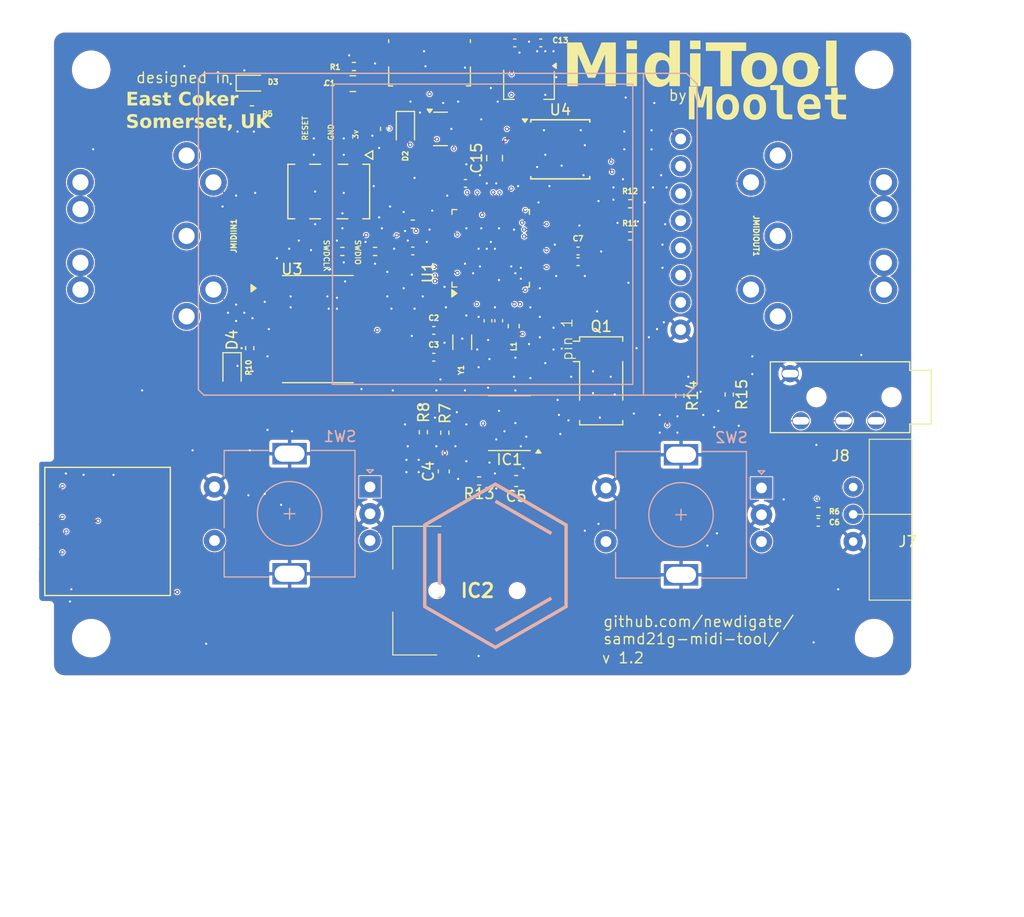
<source format=kicad_pcb>
(kicad_pcb (version 20240108) (generator "pcbnew") (generator_version "8.0")
  (layers (0 "F.Cu" signal) (1 "In1.Cu" signal) (2 "In2.Cu" signal) (31 "B.Cu" signal) (34 "B.Paste" user) (35 "F.Paste" user) (36 "B.SilkS" user "B.Silkscreen") (37 "F.SilkS" user "F.Silkscreen") (38 "B.Mask" user) (39 "F.Mask" user) (44 "Edge.Cuts" user))
  (net 0 "")
  (net 1 "GND")
  (net 4 "+5V")
  (net 5 "/PA00_XIN32")
  (net 6 "+3V3")
  (net 7 "/PA01_XOUT32")
  (net 8 "/PA03_VREFA")
  (net 9 "Net-(U1B-VDDCORE)")
  (net 10 "Net-(D1-GND)")
  (net 11 "Net-(U1B-VDDANA)")
  (net 12 "/USB_P")
  (net 13 "/USB_N")
  (net 14 "/PA18_USB_ID")
  (net 15 "Net-(D2-K)")
  (net 16 "Net-(D3-A)")
  (net 17 "Net-(D4-K)")
  (net 18 "Net-(D4-A)")
  (net 20 "/PA30_SWCLK")
  (net 21 "/PA31_SWDIO")
  (net 22 "Net-(J2-Pad5)")
  (net 23 "/PA13_S2_SCK")
  (net 24 "/PA12_S2_MOSI")
  (net 25 "/PA14_S2_NSS")
  (net 26 "/PA27_CD")
  (net 27 "/PA15_S2_MISO")
  (net 28 "/PA09_S0_I2C_SCL")
  (net 29 "/PA20_TCC0-W6")
  (net 30 "/PA17_S1_SCK")
  (net 31 "/PA08_S0_I2C_SDA")
  (net 32 "/PA16_S1_MOSI")
  (net 33 "/PA22_TC4-W0")
  (net 36 "Net-(JMIDIIN1-Pad5)")
  (net 40 "Net-(JMIDIOUT1-Pad4)")
  (net 42 "Net-(JMIDIOUT1-Pad5)")
  (net 43 "/RESETN")
  (net 44 "/PB08_LED")
  (net 45 "/PB23_S5_RX")
  (net 46 "/PB22_S5_TX")
  (net 47 "/PB10_TCC0-W4")
  (net 48 "/PB11_TCC0-W5")
  (net 50 "/PA10_TCC0-W2")
  (net 51 "/PA06_AIN6")
  (net 52 "/PA05_AIN5")
  (net 54 "/PA23_TC4-W1")
  (net 55 "/PA04_AIN4")
  (net 56 "/PA02_AIN0")
  (net 57 "/PA11_TCC0-W3")
  (net 58 "/PA07_AIN7")
  (net 59 "/PB02_AIN10")
  (net 60 "/PA21_TCC0-W7")
  (net 61 "/PB03_AIN11")
  (net 62 "/PA19_S1_MISO")
  (net 66 "Net-(IC1-VBAT)")
  (net 67 "Net-(IC1-VDD)")
  (net 68 "Net-(IC1-OSCO)")
  (net 69 "Net-(IC1-OSCI)")
  (footprint "Capacitor_SMD:C_0805_2012Metric" (layer "F.Cu") (at 41.115 11.745 90)
    (property "Reference" "C15")
    (property "Value" ".1uF")
  )
  (footprint "Crystal:Crystal_SMD_Abracon_ABS25-4Pin_8.0x3.8mm" (layer "F.Cu") (at 51.054 32.512)
    (property "Reference" "Q1")
    (property "Value" "32.768KHz")
  )
  (footprint "Capacitor_SMD:C_0402_1005Metric" (layer "F.Cu") (at 45.42 1 180)
    (property "Reference" "C13")
    (property "Value" "1uF")
  )
  (footprint "MountingHole:MountingHole_3.2mm_M3" (layer "F.Cu") (at 76.5 3.5)
    (property "Reference" "H2" (hide yes))
    (property "Value" "MountingHole")
  )
  (footprint "Resistor_SMD:R_0402_1005Metric" (layer "F.Cu") (at 18.288 29.464 -90)
    (property "Reference" "R10")
    (property "Value" "220")
  )
  (footprint "Resistor_SMD:R_0402_1005Metric" (layer "F.Cu") (at 53.76 19)
    (property "Reference" "R11")
    (property "Value" "220")
  )
  (footprint "MountingHole:MountingHole_3.2mm_M3" (layer "F.Cu") (at 76.5 56.5)
    (property "Reference" "H3" (hide yes))
    (property "Value" "MountingHole")
  )
  (footprint "Resistor_SMD:R_0402_1005Metric" (layer "F.Cu") (at 30.8601 9.02 90)
    (property "Reference" "R2" (hide yes))
    (property "Value" "39")
  )
  (footprint "Connector_USB:USB_Micro-B_Molex_47346-0001" (layer "F.Cu") (at 35.0511 3.305 180)
    (property "Reference" "J1" (hide yes))
    (property "Value" "USB_B_Micro")
  )
  (footprint "Capacitor_SMD:C_0603_1608Metric" (layer "F.Cu") (at 36.375 40.949 90)
    (property "Reference" "C4")
    (property "Value" "10uF")
  )
  (footprint "Resistor_SMD:R_0402_1005Metric" (layer "F.Cu") (at 71.3 44.7 180)
    (property "Reference" "R6")
    (property "Value" "100k")
  )
  (footprint "Package_QFP:TQFP-48_7x7mm_P0.5mm" (layer "F.Cu") (at 40.755 20.15 90)
    (property "Reference" "U1")
    (property "Value" "ATSAMD21G18A-48")
  )
  (footprint "Capacitor_SMD:C_0402_1005Metric" (layer "F.Cu") (at 48.9 20.4)
    (property "Reference" "C7")
    (property "Value" "100nF")
  )
  (footprint "Resistor_SMD:R_0402_1005Metric" (layer "F.Cu") (at 62.992 33.782 -90)
    (property "Reference" "R15")
    (property "Value" "10k")
  )
  (footprint "Capacitor_SMD:C_0402_1005Metric" (layer "F.Cu") (at 38.4 14.1)
    (property "Reference" "C9" (hide yes))
    (property "Value" "100nF")
  )
  (footprint "Resistor_SMD:R_0402_1005Metric" (layer "F.Cu") (at 39.675 41.849 180)
    (property "Reference" "R13")
    (property "Value" "1K")
  )
  (footprint "Capacitor_SMD:C_0402_1005Metric" (layer "F.Cu") (at 40.5 26.9099 -90)
    (property "Reference" "C11" (hide yes))
    (property "Value" "100nF")
  )
  (footprint "Capacitor_SMD:C_0402_1005Metric" (layer "F.Cu") (at 48.9 21.4 180)
    (property "Reference" "C10" (hide yes))
    (property "Value" "100nF")
  )
  (footprint "Package_SO:SOIC-8W_5.3x5.3mm_P1.27mm" (layer "F.Cu") (at 47.244 10.922)
    (property "Reference" "U4")
    (property "Value" "W25Q128JVS")
  )
  (footprint "PJ-320A_Library:PJ-320A" (layer "F.Cu") (at 81.827 36.236 180)
    (property "Reference" "J8")
    (property "Value" "PJ-320A")
  )
  (footprint "Diode_SMD:D_SOD-323" (layer "F.Cu") (at 32.8 9 -90)
    (property "Reference" "D2")
    (property "Value" "PMEG2005EL")
  )
  (footprint "Package_TO_SOT_SMD:SOT-89-3" (layer "F.Cu") (at 44.3221 4.9052 -90)
    (property "Reference" "U2" (hide yes))
    (property "Value" "AP7215-33YG-13" (hide yes))
  )
  (footprint "MKRZero_V5.0:MG03254F-RA" (layer "F.Cu") (at 74.549 44.958 -90)
    (property "Reference" "J7")
    (property "Value" "Conn_01x03_Pin")
  )
  (footprint "Package_SO:SOP-8_3.9x4.9mm_P1.27mm" (layer "F.Cu") (at 42.5 36.449 180)
    (property "Reference" "IC1")
    (property "Value" "PCF8523T")
  )
  (footprint "Capacitor_SMD:C_0402_1005Metric" (layer "F.Cu") (at 35.446 30.3085)
    (property "Reference" "C3")
    (property "Value" "20pF")
  )
  (footprint "Resistor_SMD:R_0402_1005Metric" (layer "F.Cu") (at 33.49 17.9 180)
    (property "Reference" "R9" (hide yes))
    (property "Value" "1k")
  )
  (footprint "Resistor_SMD:R_0402_1005Metric" (layer "F.Cu") (at 26.924 20.447 180)
    (property "Reference" "R3" (hide yes))
    (property "Value" "1K")
  )
  (footprint "Capacitor_SMD:C_0402_1005Metric" (layer "F.Cu") (at 35.446 27.8085)
    (property "Reference" "C2")
    (property "Value" "20pF")
  )
  (footprint "Resistor_SMD:R_0402_1005Metric" (layer "F.Cu") (at 36.475 37.349 -90)
    (property "Reference" "R7")
    (property "Value" "10k")
  )
  (footprint "Capacitor_SMD:C_0402_1005Metric" (layer "F.Cu") (at 33.49 20.4 180)
    (property "Reference" "C8" (hide yes))
    (property "Value" "1uF")
  )
  (footprint "Resistor_SMD:R_0402_1005Metric" (layer "F.Cu") (at 18.49 7.25 180)
    (property "Reference" "R5")
    (property "Value" "330")
  )
  (footprint "MountingHole:MountingHole_3.2mm_M3" (layer "F.Cu") (at 3.5 3.5)
    (property "Reference" "H1" (hide yes))
    (property "Value" "MountingHole")
  )
  (footprint "CR12202:CR12202" (layer "F.Cu") (at 39.624 52.07 180)
    (property "Reference" "IC2")
    (property "Value" "CR1220-2" (hide yes))
  )
  (footprint "Diode_SMD:D_SOD-323" (layer "F.Cu") (at 16.637 31.496 -90)
    (property "Reference" "D4")
    (property "Value" "1N4148")
  )
  (footprint "Resistor_SMD:R_0402_1005Metric" (layer "F.Cu") (at 53.75 16)
    (property "Reference" "R12")
    (property "Value" "220")
  )
  (footprint "MKRZero_V5.0:AMPHENOL_114-00841-68" (layer "F.Cu") (at 5.529 46.55 -90)
    (property "Reference" "J3" (hide yes))
    (property "Value" "AMPHENOL_114-00841-68" (hide yes))
  )
  (footprint "Resistor_SMD:R_0402_1005Metric" (layer "F.Cu") (at 58.392 33.892 -90)
    (property "Reference" "R14")
    (property "Value" "10k")
  )
  (footprint "Capacitor_SMD:C_0402_1005Metric" (layer "F.Cu") (at 43 1 180)
    (property "Reference" "C14" (hide yes))
    (property "Value" "1uF")
  )
  (footprint "Capacitor_SMD:C_0402_1005Metric" (layer "F.Cu") (at 71.3 45.7)
    (property "Reference" "C6")
    (property "Value" "100nF")
  )
  (footprint "Capacitor_SMD:C_0805_2012Metric" (layer "F.Cu") (at 27.9 4.8 180)
    (property "Reference" "C1")
    (property "Value" "4.7nF")
  )
  (footprint "MKRZero_V5.0:Deltron-671-0501-5" (layer "F.Cu") (at 67.52 19 -90)
    (property "Reference" "JMIDIOUT1")
    (property "Value" "DIN-5")
  )
  (footprint "Package_TO_SOT_SMD:SOT-143" (layer "F.Cu") (at 36.0671 9.02)
    (property "Reference" "D1" (hide yes))
    (property "Value" "PRTR5V0U2X,215" (hide yes))
  )
  (footprint "MKRZero_V5.0:Deltron-671-0501-5" (layer "F.Cu") (at 12.4 19 90)
    (property "Reference" "JMIDIIN1")
    (property "Value" "DIN-5")
  )
  (footprint "Resistor_SMD:R_0402_1005Metric" (layer "F.Cu") (at 34.475 37.299 -90)
    (property "Reference" "R8")
    (property "Value" "10k")
  )
  (footprint "Capacitor_SMD:C_0402_1005Metric" (layer "F.Cu") (at 41.5 26.9099 -90)
    (property "Reference" "C12" (hide yes))
    (property "Value" "4.7uF")
  )
  (footprint "Crystal:Crystal_SMD_3215-2Pin_3.2x1.5mm" (layer "F.Cu") (at 38.1 28.9099 -90)
    (property "Reference" "Y1")
    (property "Value" "32.768KHz")
  )
  (footprint "Resistor_SMD:R_0402_1005Metric" (layer "F.Cu") (at 29.972 20.447)
    (property "Reference" "R4" (hide yes))
    (property "Value" "10K")
  )
  (footprint "MountingHole:MountingHole_3.2mm_M3" (layer "F.Cu") (at 3.5 56.5)
    (property "Reference" "H4" (hide yes))
    (property "Value" "MountingHole")
  )
  (footprint "Inductor_SMD:L_0603_1608Metric" (layer "F.Cu") (at 42.9 27.4099 90)
    (property "Reference" "L1")
    (property "Value" "BLM18PG471SN1D")
  )
  (footprint "Capacitor_SMD:C_0603_1608Metric" (layer "F.Cu") (at 43.125 41.849 180)
    (property "Reference" "C5")
    (property "Value" "10uF")
  )
  (footprint "Resistor_SMD:R_0402_1005Metric" (layer "F.Cu") (at 28 3.2 180)
    (property "Reference" "R1")
    (property "Value" "1M")
  )
  (footprint "LED_SMD:LED_0603_1608Metric" (layer "F.Cu") (at 18.5025 4.75)
    (property "Reference" "D3")
    (property "Value" "LED")
  )
  (footprint "Package_SO:SOP-8_6.605x9.655mm_P2.54mm" (layer "F.Cu") (at 24.638 27.686)
    (property "Reference" "U3")
    (property "Value" "6N138")
  )
  (footprint "MKRZero_V5.0:2X3_SMT" (layer "F.Cu") (at 25.654 14.859 180)
    (property "Reference" "J2" (hide yes))
    (property "Value" "2X3_SMD_MALE")
  )
  (footprint "MKRZero_V5.0:ST7735" (layer "B.Cu") (at 60 33.84 90)
    (property "Reference" "J6" (hide yes))
    (property "Value" "Conn_01x08_Pin" (hide yes))
  )
  (footprint "Rotary_Encoder:RotaryEncoder_Alps_EC11E-Switch_Vertical_H20mm" (layer "B.Cu") (at 29.5 42.4 180)
    (property "Reference" "SW1")
    (property "Value" "RotaryEncoder_Switch_MP")
  )
  (footprint "Rotary_Encoder:RotaryEncoder_Alps_EC11E-Switch_Vertical_H20mm" (layer "B.Cu") (at 66 42.5 180)
    (property "Reference" "SW2")
    (property "Value" "RotaryEncoder_Switch_MP")
  )
  (gr_poly (pts (xy 35.809701 52.772468) (xy 36.132162 52.772468) (xy 36.132162 46.74493) (xy 35.809701 46.74493)) (stroke (width -0.000001)) (fill solid) (layer "B.SilkS"))
  (gr_poly (pts (xy 34.445443 45.860229) (xy 34.445443 53.648901) (xy 41.192317 57.543236) (xy 47.939192 53.648901) (xy 47.939192 46.04213) (xy 47.625 46.04213) (xy 47.625 53.467) (xy 41.192317 57.179435) (xy 34.759636 53.467) (xy 34.759636 46.04213) (xy 41.192317 42.329696) (xy 47.625 46.04213) (xy 47.939192 46.04213) (xy 47.939192 45.860229) (xy 41.192317 41.965894)) (stroke (width -0.000001)) (fill solid) (layer "B.SilkS"))
  (gr_poly (pts (xy 41.109635 43.867586) (xy 46.335156 46.88549) (xy 46.492252 46.60437) (xy 41.275 43.594735)) (stroke (width -0.000001)) (fill solid) (layer "B.SilkS"))
  (gr_poly (pts (xy 41.109635 55.641544) (xy 41.275 55.922664) (xy 46.492252 52.90476) (xy 46.326888 52.631908)) (stroke (width -0.000001)) (fill solid) (layer "B.SilkS"))
  (gr_arc (start 0 39.624) (mid -0.111592 39.893408) (end -0.381 40.005) (stroke (width 0.01)) (layer "Edge.Cuts"))
  (gr_line (start 0 53.467) (end 0 59) (stroke (width 0.01)) (layer "Edge.Cuts"))
  (gr_arc (start 80 59) (mid 79.707107 59.707107) (end 79 60) (stroke (width 0.01)) (layer "Edge.Cuts"))
  (gr_line (start -1.016 53.086) (end -0.381 53.086) (stroke (width 0.01)) (layer "Edge.Cuts"))
  (gr_line (start -1.397 40.259) (end -1.397 52.705) (stroke (width 0.01)) (layer "Edge.Cuts"))
  (gr_arc (start -1.397 40.259) (mid -1.322605 40.079395) (end -1.143 40.005) (stroke (width 0.01)) (layer "Edge.Cuts"))
  (gr_line (start 79 60) (end 1 60) (stroke (width 0.01)) (layer "Edge.Cuts"))
  (gr_arc (start -1.016 53.086) (mid -1.285408 52.974408) (end -1.397 52.705) (stroke (width 0.01)) (layer "Edge.Cuts"))
  (gr_arc (start 0 1) (mid 0.292893 0.292893) (end 1 0) (stroke (width 0.01)) (layer "Edge.Cuts"))
  (gr_arc (start 1 60) (mid 0.292893 59.707107) (end 0 59) (stroke (width 0.01)) (layer "Edge.Cuts"))
  (gr_arc (start -0.381 53.086) (mid -0.111592 53.197592) (end 0 53.467) (stroke (width 0.01)) (layer "Edge.Cuts"))
  (gr_line (start 80 59) (end 80 1) (stroke (width 0.01)) (layer "Edge.Cuts"))
  (gr_line (start -0.381 40.005) (end -1.143 40.005) (stroke (width 0.01)) (layer "Edge.Cuts"))
  (gr_arc (start 79 0) (mid 79.707107 0.292893) (end 80 1) (stroke (width 0.01)) (layer "Edge.Cuts"))
  (gr_line (start 1 0) (end 79 0) (stroke (width 0.01)) (layer "Edge.Cuts"))
  (gr_line (start 0 39.624) (end 0 1) (stroke (width 0.01)) (layer "Edge.Cuts"))
  (gr_text "MidiTool\n" (at 47.371 5.715 0) (layer "F.SilkS") (effects (font (size 4 4) (thickness 0.3) (bold yes)) (justify left bottom)))
  (gr_text "GND" (at 26.162 10.16 90) (layer "F.SilkS") (effects (font (size 0.5 0.5) (thickness 0.1)) (justify left bottom)))
  (gr_text "pin 1" (at 48.454 30.712 90) (layer "F.SilkS") (effects (font (size 1 1) (thickness 0.1)) (justify left bottom)))
  (gr_text "github.com/newdigate/\nsamd21g-midi-tool/" (at 51.181 57.15 0) (layer "F.SilkS") (effects (font (size 1 1) (thickness 0.125)) (justify left bottom)))
  (gr_text "East Coker\nSomerset, UK" (at 6.731 9.144 0) (layer "F.SilkS") (effects (font (size 1.25 1.25) (thickness 0.3) (bold yes)) (justify left bottom)))
  (gr_text "SWDCLK" (at 25.146 19.304 270) (layer "F.SilkS") (effects (font (size 0.5 0.5) (thickness 0.1)) (justify left bottom)))
  (gr_text "RESET" (at 23.749 10.16 90) (layer "F.SilkS") (effects (font (size 0.5 0.5) (thickness 0.1)) (justify left bottom)))
  (gr_text "SWDIO" (at 28.067 19.304 -90) (layer "F.SilkS") (effects (font (size 0.5 0.5) (thickness 0.1)) (justify left bottom)))
  (gr_text "designed in " (at 7.62 4.826 0) (layer "F.SilkS") (effects (font (size 1 1) (thickness 0.125)) (justify left bottom)))
  (gr_text "v 1.2" (at 51.054 58.928 0) (layer "F.SilkS") (effects (font (size 1 1) (thickness 0.125)) (justify left bottom)))
  (gr_text "Moolet" (at 59.055 8.636 0) (layer "F.SilkS") (effects (font (size 3 3) (thickness 0.3) (bold yes)) (justify left bottom)))
  (gr_text "by" (at 57.277 6.477 0) (layer "F.SilkS") (effects (font (size 1 1) (thickness 0.125)) (justify left bottom)))
  (gr_text "3v" (at 28.448 10.033 90) (layer "F.SilkS") (effects (font (size 0.5 0.5) (thickness 0.1)) (justify left bottom)))
  (via (at 57.023 17.907) (size 0.4) (drill 0.2) (layers "F.Cu" "B.Cu") (net 1))
  (via (at 54.356 29.464) (size 0.4) (drill 0.2) (layers "F.Cu" "B.Cu") (net 1))
  (via (at 26.416 24.765) (size 0.4) (drill 0.2) (layers "F.Cu" "B.Cu") (net 1))
  (via (at 52.324 33.782) (size 0.4) (drill 0.2) (layers "F.Cu" "B.Cu") (net 1))
  (via (at 41.529 23.114) (size 0.4) (drill 0.2) (layers "F.Cu" "B.Cu") (net 1))
  (via (at 38.354 33.401) (size 0.4) (drill 0.2) (layers "F.Cu" "B.Cu") (net 1))
  (via (at 50.8 15.748) (size 0.4) (drill 0.2) (layers "F.Cu" "B.Cu") (net 1))
  (via (at 47.371 12.446) (size 0.4) (drill 0.2) (layers "F.Cu" "B.Cu") (net 1))
  (via (at 38.354 3.302) (size 0.4) (drill 0.2) (layers "F.Cu" "B.Cu") (net 1))
  (via (at 22.098 24.638) (size 0.4) (drill 0.2) (layers "F.Cu" "B.Cu") (net 1))
  (via (at 49.022 18.034) (size 0.4) (drill 0.2) (layers "F.Cu" "B.Cu") (net 1))
  (via (at 45.847 30.861) (size 0.4) (drill 0.2) (layers "F.Cu" "B.Cu") (net 1))
  (via (at 31.115 22.352) (size 0.4) (drill 0.2) (layers "F.Cu" "B.Cu") (net 1))
  (via (at 17.78 3.556) (size 0.4) (drill 0.2) (layers "F.Cu" "B.Cu") (net 1))
  (via (at 45.847 5.842) (size 0.4) (drill 0.2) (layers "F.Cu" "B.Cu") (net 1))
  (via (at 56.515 35.687) (size 0.4) (drill 0.2) (layers "F.Cu" "B.Cu") (net 1))
  (via (at 56.261 27.686) (size 0.4) (drill 0.2) (layers "F.Cu" "B.Cu") (net 1))
  (via (at 27.178 23.241) (size 0.4) (drill 0.2) (layers "F.Cu" "B.Cu") (net 1))
  (via (at 35.56 35.941) (size 0.4) (drill 0.2) (layers "F.Cu" "B.Cu") (net 1))
  (via (at 40.513 33.147) (size 0.4) (drill 0.2) (layers "F.Cu" "B.Cu") (net 1))
  (via (at 45.085 1.778) (size 0.4) (drill 0.2) (layers "F.Cu" "B.Cu") (net 1))
  (via (at 29.972 2.921) (size 0.4) (drill 0.2) (layers "F.Cu" "B.Cu") (net 1))
  (via (at 58.166 35.814) (size 0.4) (drill 0.2) (layers "F.Cu" "B.Cu") (net 1))
  (via (at 56.515 37.338) (size 0.4) (drill 0.2) (layers "F.Cu" "B.Cu") (net 1))
  (via (at 39.751 21.844) (size 0.4) (drill 0.2) (layers "F.Cu" "B.Cu") (net 1))
  (via (at 33.655 25.781) (size 0.4) (drill 0.2) (layers "F.Cu" "B.Cu") (net 1))
  (via (at 36.449 23.749) (size 0.4) (drill 0.2) (layers "F.Cu" "B.Cu") (net 1))
  (via (at 17.018 15.24) (size 0.4) (drill 0.2) (layers "F.Cu" "B.Cu") (net 1))
  (via (at 51.943 32.131) (size 0.4) (drill 0.2) (layers "F.Cu" "B.Cu") (net 1))
  (via (at 39.878 18.288) (size 0.4) (drill 0.2) (layers "F.Cu" "B.Cu") (net 1))
  (via (at 41.148 20.193) (size 0.4) (drill 0.2) (layers "F.Cu" "B.Cu") (net 1))
  (via (at 33.401 22.606) (size 0.4) (drill 0.2) (layers "F.Cu" "B.Cu") (net 1))
  (via (at 41.148 41.148) (size 0.4) (drill 0.2) (layers "F.Cu" "B.Cu") (net 1))
  (via (at 26.416 25.781) (size 0.4) (drill 0.2) (layers "F.Cu" "B.Cu") (net 1))
  (via (at 39.624 20.193) (size 0.4) (drill 0.2) (layers "F.Cu" "B.Cu") (net 1))
  (via (at 29.972 21.59) (size 0.4) (drill 0.2) (layers "F.Cu" "B.Cu") (net 1))
  (via (at 32.893 39.878) (size 0.4) (drill 0.2) (layers "F.Cu" "B.Cu") (net 1))
  (via (at 38.481 40.005) (size 0.4) (drill 0.2) (layers "F.Cu" "B.Cu") (net 1))
  (via (at 34.417 24.638) (size 0.4) (drill 0.2) (layers "F.Cu" "B.Cu") (net 1))
  (via (at 27.051 9.906) (size 0.4) (drill 0.2) (layers "F.Cu" "B.Cu") (net 1))
  (via (at 37.719 41.656) (size 0.4) (drill 0.2) (layers "F.Cu" "B.Cu") (net 1))
  (via (at 40.386 14.097) (size 0.4) (drill 0.2) (layers "F.Cu" "B.Cu") (net 1))
  (via (at 56.642 13.335) (size 0.4) (drill 0.2) (layers "F.Cu" "B.Cu") (net 1))
  (via (at 29.718 9.652) (size 0.4) (drill 0.2) (layers "F.Cu" "B.Cu") (net 1))
  (via (at 54.102 35.56) (size 0.4) (drill 0.2) (layers "F.Cu" "B.Cu") (net 1))
  (via (at 27.051 21.463) (size 0.4) (drill 0.2) (layers "F.Cu" "B.Cu") (net 1))
  (via (at 1.651 51.943) (size 0.4) (drill 0.2) (layers "F.Cu" "B.Cu") (net 1))
  (via (at 3.683 10.922) (size 0.4) (drill 0.2) (layers "F.Cu" "B.Cu") (net 1))
  (via (at 41.402 6.477) (size 0.4) (drill 0.2) (layers "F.Cu" "B.Cu") (net 1))
  (via (at 8.255 33.401) (size 0.4) (drill 0.2) (layers "F.Cu" "B.Cu") (net 1))
  (via (at 34.798 19.558) (size 0.4) (drill 0.2) (layers "F.Cu" "B.Cu") (net 1))
  (via (at 37.592 35.433) (size 0.4) (drill 0.2) (layers "F.Cu" "B.Cu") (net 1))
  (via (at 16.256 26.162) (size 0.4) (drill 0.2) (layers "F.Cu" "B.Cu") (net 1))
  (via (at 27.051 11.43) (size 0.4) (drill 0.2) (layers "F.Cu" "B.Cu") (net 1))
  (via (at 68.072 43.561) (size 0.4) (drill 0.2) (layers "F.Cu" "B.Cu") (net 1))
  (via (at 49.53 22.733) (size 0.4) (drill 0.2) (layers "F.Cu" "B.Cu") (net 1))
  (via (at 36.322 6.604) (size 0.4) (drill 0.2) (layers "F.Cu" "B.Cu") (net 1))
  (via (at 45.339 26.543) (size 0.4) (drill 0.2) (layers "F.Cu" "B.Cu") (net 1))
  (via (at 53.213 9.271) (size 0.4) (drill 0.2) (layers "F.Cu" "B.Cu") (net 1))
  (via (at 36.449 28.956) (size 0.4) (drill 0.2) (layers "F.Cu" "B.Cu") (net 1))
  (via (at 40.767 5.207) (size 0.4) (drill 0.2) (layers "F.Cu" "B.Cu") (net 1))
  (via (at 30.607 18.288) (size 0.4) (drill 0.2) (layers "F.Cu" "B.Cu") (net 1))
  (via (at 12.192 3.175) (size 0.4) (drill 0.2) (layers "F.Cu" "B.Cu") (net 1))
  (via (at 43.561 38.608) (size 0.4) (drill 0.2) (layers "F.Cu" "B.Cu") (net 1))
  (via (at 32.639 23.876) (size 0.4) (drill 0.2) (layers "F.Cu" "B.Cu") (net 1))
  (via (at 17.526 29.464) (size 0.4) (drill 0.2) (layers "F.Cu" "B.Cu") (net 1))
  (via (at 30.353 10.795) (size 0.4) (drill 0.2) (layers "F.Cu" "B.Cu") (net 1))
  (via (at 35.306 16.637) (size 0.4) (drill 0.2) (layers "F.Cu" "B.Cu") (net 1))
  (via (at 55.88 14.478) (size 0.4) (drill 0.2) (layers "F.Cu" "B.Cu") (net 1))
  (via (at 41.529 35.306) (size 0.4) (drill 0.2) (layers "F.Cu" "B.Cu") (net 1))
  (via (at 59.182 32.131) (size 0.4) (drill 0.2) (layers "F.Cu" "B.Cu") (net 1))
  (via (at 44.323 29.083) (size 0.4) (drill 0.2) (layers "F.Cu" "B.Cu") (net 1))
  (via (at 33.655 13.589) (size 0.4) (drill 0.2) (layers "F.Cu" "B.Cu") (net 1))
  (via (at 50.292 31.623) (size 0.4) (drill 0.2) (layers "F.Cu" "B.Cu") (net 1))
  (via (at 5.588 41.275) (size 0.4) (drill 0.2) (layers "F.Cu" "B.Cu") (net 1))
  (via (at 42.037 37.211) (size 0.4) (drill 0.2) (layers "F.Cu" "B.Cu") (net 1))
  (via (at 17.145 31.115) (size 0.4) (drill 0.2) (layers "F.Cu" "B.Cu") (net 1))
  (via (at 50.673 26.035) (size 0.4) (drill 0.2) (layers "F.Cu" "B.Cu") (net 1))
  (via (at 39.624 31.242) (size 0.4) (drill 0.2) (layers "F.Cu" "B.Cu") (net 1))
  (via (at 15.748 16.256) (size 0.4) (drill 0.2) (layers "F.Cu" "B.Cu") (net 1))
  (via (at 46.863 4.191) (size 0.4) (drill 0.2) (layers "F.Cu" "B.Cu") (net 1))
  (via (at 47.117 35.687) (size 0.4) (drill 0.2) (layers "F.Cu" "B.Cu") (net 1))
  (via (at 22.86 21.59) (size 0.4) (drill 0.2) (layers "F.Cu" "B.Cu") (net 1))
  (via (at 61.849 46.736) (size 0.4) (drill 0.2) (layers "F.Cu" "B.Cu") (net 1))
  (via (at 19.685 43.053) (size 0.4) (drill 0.2) (layers "F.Cu" "B.Cu") (net 1))
  (via (at 55.499 28.448) (size 0.4) (drill 0.2) (layers "F.Cu" "B.Cu") (net 1))
  (via (at 40.64 30.48) (size 0.4) (drill 0.2) (layers "F.Cu" "B.Cu") (net 1))
  (via (at 38.1 28.575) (size 0.4) (drill 0.2) (layers "F.Cu" "B.Cu") (net 1))
  (via (at 43.307 14.351) (size 0.4) (drill 0.2) (layers "F.Cu" "B.Cu") (net 1))
  (via (at 18.288 38.989) (size 0.4) (drill 0.2) (layers "F.Cu" "B.Cu") (net 1))
  (via (at 18.669 9.271) (size 0.4) (drill 0.2) (layers "F.Cu" "B.Cu") (net 1))
  (via (at 43.561 22.987) (size 0.4) (drill 0.2) (layers "F.Cu" "B.Cu") (net 1))
  (via (at 65.151 31.877) (size 0.4) (drill 0.2) (layers "F.Cu" "B.Cu") (net 1))
  (via (at 57.15 14.478) (size 0.4) (drill 0.2) (layers "F.Cu" "B.Cu") (net 1))
  (via (at 38.354 21.59) (size 0.4) (drill 0.2) (layers "F.Cu" "B.Cu") (net 1))
  (via (at 18.542 31.623) (size 0.4) (drill 0.2) (layers "F.Cu" "B.Cu") (net 1))
  (via (at 39.497 29.591) (size 0.4) (drill 0.2) (layers "F.Cu" "B.Cu") (net 1))
  (via (at 55.753 9.144) (size 0.4) (drill 0.2) (layers "F.Cu" "B.Cu") (net 1))
  (via (at 22.098 25.654) (size 0.4) (drill 0.2) (layers "F.Cu" "B.Cu") (net 1))
  (via (at 49.53 46.482) (size 0.4) (drill 0.2) (layers "F.Cu" "B.Cu") (net 1))
  (via (at 39.878 8.128) (size 0.4) (drill 0.2) (layers "F.Cu" "B.Cu") (net 1))
  (via (at 43.053 33.401) (size 0.4) (drill 0.2) (layers "F.Cu" "B.Cu") (net 1))
  (via (at 24.257 11.43) (size 0.4) (drill 0.2) (layers "F.Cu" "B.Cu") (net 1))
  (via (at 39.116 22.479) (size 0.4) (drill 0.2) (layers "F.Cu" "B.Cu") (net 1))
  (via (at 12.954 38.989) (size 0.4) (drill 0.2) (layers "F.Cu" "B.Cu") (net 1))
  (via (at 73.152 51.943) (size 0.4) (drill 0.2) (layers "F.Cu" "B.Cu") (net 1))
  (via (at 45.085 12.573) (size 0.4) (drill 0.2) (layers "F.Cu" "B.Cu") (net 1))
  (via (at 26.924 18.288) (size 0.4) (drill 0.2) (layers "F.Cu" "B.Cu") (net 1))
  (via (at 34.544 1.778) (size 0.4) (drill 0.2) (layers "F.Cu" "B.Cu") (net 1))
  (via (at 17.78 26.162) (size 0.4) (drill 0.2) (layers "F.Cu" "B.Cu") (net 1))
  (via (at 45.847 11.43) (size 0.4) (drill 0.2) (layers "F.Cu" "B.Cu") (net 1))
  (via (at 31.75 20.193) (size 0.4) (drill 0.2) (layers "F.Cu" "B.Cu") (net 1))
  (via (at 33.02 19.431) (size 0.4) (drill 0.2) (layers "F.Cu" "B.Cu") (net 1))
  (via (at 21.209 44.069) (size 0.4) (drill 0.2) (layers "F.Cu" "B.Cu") (net 1))
  (via (at 42.926 18.415) (size 0.4) (drill 0.2) (layers "F.Cu" "B.Cu") (net 1))
  (via (at 44.323 0.889) (size 0.4) (drill 0.2) (layers "F.Cu" "B.Cu") (net 1))
  (via (at 45.339 23.876) (size 0.4) (drill 0.2) (layers "F.Cu" "B.Cu") (net 1))
  (via (at 25.273 4.953) (size 0.4) (drill 0.2) (layers "F.Cu" "B.Cu") (net 1))
  (via (at 46.736 19.812) (size 0.4) (drill 0.2) (layers "F.Cu" "B.Cu") (net 1))
  (via (at 35.687 33.401) (size 0.4) (drill 0.2) (layers "F.Cu" "B.Cu") (net 1))
  (via (at 18.796 14.986) (size 0.4) (drill 0.2) (layers "F.Cu" "B.Cu") (net 1))
  (via (at 60.579 35.687) (size 0.4) (drill 0.2) (layers "F.Cu" "B.Cu") (net 1))
  (via (at 1.143 41.148) (size 0.4) (drill 0.2) (layers "F.Cu" "B.Cu") (net 1))
  (via (at 31.496 25.781) (size 0.4) (drill 0.2) (layers "F.Cu" "B.Cu") (net 1))
  (via (at 54.483 17.653) (size 0.4) (drill 0.2) (layers "F.Cu" "B.Cu") (net 1))
  (via (at 40.513 28.702) (size 0.4) (drill 0.2) (layers "F.Cu" "B.Cu") (net 1))
  (via (at 22.225 37.211) (size 0.4) (drill 0.2) (layers "F.Cu" "B.Cu") (net 1))
  (via (at 56.769 19.812) (size 0.4) (drill 0.2) (layers "F.Cu" "B.Cu") (net 1))
  (via (at 24.384 14.859) (size 0.4) (drill 0.2) (layers "F.Cu" "B.Cu") (net 1))
  (via (at 36.068 32.385) (size 0.4) (drill 0.2) (layers "F.Cu" "B.Cu") (net 1))
  (via (at 32.639 16.764) (size 0.4) (drill 0.2) (layers "F.Cu" "B.Cu") (net 1))
  (via (at 19.939 30.226) (size 0.4) (drill 0.2) (layers "F.Cu" "B.Cu") (net 1))
  (via (at 34.036 41.021) (size 0.4) (drill 0.2) (layers "F.Cu" "B.Cu") (net 1))
  (via (at 26.924 16.891) (size 0.4) (drill 0.2) (layers "F.Cu" "B.Cu") (net 1))
  (via (at 40.767 19.558) (size 0.4) (drill 0.2) (layers "F.Cu" "B.Cu") (net 1))
  (via (at 43.053 30.353) (size 0.4) (drill 0.2) (layers "F.Cu" "B.Cu") (net 1))
  (via (at 71.12 38.481) (size 0.4) (drill 0.2) (layers "F.Cu" "B.Cu") (net 1))
  (via (at 56.007 6.604) (size 0.4) (drill 0.2) (layers "F.Cu" "B.Cu") (net 1))
  (via (at 46.863 22.733) (size 0.4) (drill 0.2) (layers "F.Cu" "B.Cu") (net 1))
  (via (at 52.197 14.478) (size 0.4) (drill 0.2) (layers "F.Cu" "B.Cu") (net 1))
  (via (at 32.893 41.021) (size 0.4) (drill 0.2) (layers "F.Cu" "B.Cu") (net 1))
  (via (at 37.719 6.477) (size 0.4) (drill 0.2) (layers "F.Cu" "B.Cu") (net 1))
  (via (at 50.292 33.655) (size 0.4) (drill 0.2) (layers "F.Cu" "B.Cu") (net 1))
  (via (at 55.753 10.922) (size 0.4) (drill 0.2) (layers "F.Cu" "B.Cu") (net 1))
  (via (at 30.353 17.272) (size 0.4) (drill 0.2) (layers "F.Cu" "B.Cu") (net 1))
  (via (at 41.275 42.545) (size 0.4) (drill 0.2) (layers "F.Cu" "B.Cu") (net 1))
  (via (at 49.53 10.541) (size 0.4) (drill 0.2) (layers "F.Cu" "B.Cu") (net 1))
  (via (at 18.542 26.67) (size 0.4) (drill 0.2) (layers "F.Cu" "B.Cu") (net 1))
  (via (at 29.083 19.558) (size 0.4) (drill 0.2) (layers "F.Cu" "B.Cu") (net 1))
  (via (at 35.052 18.415) (size 0.4) (drill 0.2) (layers "F.Cu" "B.Cu") (net 1))
  (via (at 44.069 37.719) (size 0.4) (drill 0.2) (layers "F.Cu" "B.Cu") (net 1))
  (via (at 38.481 36.576) (size 0.4) (drill 0.2) (layers "F.Cu" "B.Cu") (net 1))
  (via (at 1.524 53.086) (size 0.4) (drill 0.2) (layers "F.Cu" "B.Cu") (net 1))
  (via (at 43.434 1.905) (size 0.4) (drill 0.2) (layers "F.Cu" "B.Cu") (net 1))
  (via (at 51.054 20.447) (size 0.4) (drill 0.2) (layers "F.Cu" "B.Cu") (net 1))
  (via (at 40.386 20.193) (size 0.4) (drill 0.2) (layers "F.Cu" "B.Cu") (net 1))
  (via (at 39.751 13.335) (size 0.4) (drill 0.2) (layers "F.Cu" "B.Cu") (net 1))
  (via (at 28.702 33.274) (size 0.4) (drill 0.2) (layers "F.Cu" "B.Cu") (net 1))
  (via (at 52.197 15.621) (size 0.4) (drill 0.2) (layers "F.Cu" "B.Cu") (net 1))
  (via (at 49.149 9.144) (size 0.4) (drill 0.2) (layers "F.Cu" "B.Cu") (net 1))
  (via (at 61.976 35.306) (size 0.4) (drill 0.2) (layers "F.Cu" "B.Cu") (net 1))
  (via (at 52.578 17.78) (size 0.4) (drill 0.2) (layers "F.Cu" "B.Cu") (net 1))
  (via (at 36.576 25.654) (size 0.4) (drill 0.2) (layers "F.Cu" "B.Cu") (net 1))
  (via (at 18.161 43.18) (size 0.4) (drill 0.2) (layers "F.Cu" "B.Cu") (net 1))
  (via (at 33.401 28.321) (size 0.4) (drill 0.2) (layers "F.Cu" "B.Cu") (net 1))
  (via (at 44.45 25.654) (size 0.4) (drill 0.2) (layers "F.Cu" "B.Cu") (net 1))
  (via (at 24.257 9.906) (size 0.4) (drill 0.2) (layers "F.Cu" "B.Cu") (net 1))
  (via (at 34.036 39.878) (size 0.4) (drill 0.2) (layers "F.Cu" "B.Cu") (net 1))
  (via (at 20.066 27.686) (size 0.4) (drill 0.2) (layers "F.Cu" "B.Cu") (net 1))
  (via (at 55.118 15.875) (size 0.4) (drill 0.2) (layers "F.Cu" "B.Cu") (net 1))
  (via (at 41.148 25.654) (size 0.4) (drill 0.2) (layers "F.Cu" "B.Cu") (net 1))
  (via (at 20.828 21.082) (size 0.4) (drill 0.2) (layers "F.Cu" "B.Cu") (net 1))
  (via (at 37.084 9.017) (size 0.4) (drill 0.2) (layers "F.Cu" "B.Cu") (net 1))
  (via (at 46.609 27.559) (size 0.4) (drill 0.2) (layers "F.Cu" "B.Cu") (net 1))
  (via (at 50.8 45.847) (size 0.4) (drill 0.2) (layers "F.Cu" "B.Cu") (net 1))
  (via (at 53.34 6.096) (size 0.4) (drill 0.2) (layers "F.Cu" "B.Cu") (net 1))
  (via (at 53.086 13.716) (size 0.4) (drill 0.2) (layers "F.Cu" "B.Cu") (net 1))
  (via (at 25.654 25.781) (size 0.4) (drill 0.2) (layers "F.Cu" "B.Cu") (net 1))
  (via (at 2.794 41.275) (size 0.4) (drill 0.2) (layers "F.Cu" "B.Cu") (net 1))
  (via (at 43.053 36.449) (size 0.4) (drill 0.2) (layers "F.Cu" "B.Cu") (net 1))
  (via (at 49.403 13.335) (size 0.4) (drill 0.2) (layers "F.Cu" "B.Cu") (net 1))
  (via (at 31.115 24.638) (size 0.4) (drill 0.2) (layers "F.Cu" "B.Cu") (net 1))
  (via (at 48.26 32.131) (size 0.4) (drill 0.2) (layers "F.Cu" "B.Cu") (net 1))
  (via (at 27.559 2.159) (size 0.4) (drill 0.2) (layers "F.Cu" "B.Cu") (net 1))
  (via (at 43.561 21.971) (size 0.4) (drill 0.2) (layers "F.Cu" "B.Cu") (net 1))
  (via (at 24.003 20.32) (size 0.4) (drill 0.2) (layers "F.Cu" "B.Cu") (net 1))
  (via (at 39.624 58.166) (size 0.4) (drill 0.2) (layers "F.Cu" "B.Cu") (net 1))
  (via (at 58.166 37.338) (size 0.4) (drill 0.2) (layers "F.Cu" "B.Cu") (net 1))
  (via (at 53.213 10.922) (size 0.4) (drill 0.2) (layers "F.Cu" "B.Cu") (net 1))
  (via (at 46.228 14.351) (size 0.4) (drill 0.2) (layers "F.Cu" "B.Cu") (net 1))
  (via (at 46.609 1.778) (size 0.4) (drill 0.2) (layers "F.Cu" "B.Cu") (net 1))
  (via (at 29.845 14.351) (size 0.4) (drill 0.2) (layers "F.Cu" "B.Cu") (net 1))
  (via (at 42.926 32.131) (size 0.4) (drill 0.2) (layers "F.Cu" "B.Cu") (net 1))
  (via (at 16.51 4.826) (size 0.4) (drill 0.2) (layers "F.Cu" "B.Cu") (net 1))
  (via (at 75.311 30.099) (size 0.4) (drill 0.2) (layers "F.Cu" "B.Cu") (net 1))
  (via (at 48.006 36.195) (size 0.4) (drill 0.2) (layers "F.Cu" "B.Cu") (net 1))
  (via (at 14.224 57.023) (size 0.4) (drill 0.2) (layers "F.Cu" "B.Cu") (net 1))
  (via (at 21.971 20.193) (size 0.4) (drill 0.2) (layers "F.Cu" "B.Cu") (net 1))
  (via (at 53.594 23.368) (size 0.4) (drill 0.2) (layers "F.Cu" "B.Cu") (net 1))
  (via (at 41.275 37.973) (size 0.4) (drill 0.2) (layers "F.Cu" "B.Cu") (net 1))
  (via (at 60.325 33.528) (size 0.4) (drill 0.2) (layers "F.Cu" "B.Cu") (net 1))
  (via (at 45.212 15.875) (size 0.4) (drill 0.2) (layers "F.Cu" "B.Cu") (net 1))
  (via (at 70.866 56.896) (size 0.4) (drill 0.2) (layers "F.Cu" "B.Cu") (net 1))
  (via (at 46.609 29.591) (size 0.4) (drill 0.2) (layers "F.Cu" "B.Cu") (net 1))
  (via (at 17.145 9.271) (size 0.4) (drill 0.2) (layers "F.Cu" "B.Cu") (net 1))
  (via (at 34.163 7.493) (size 0.4) (drill 0.2) (layers "F.Cu" "B.Cu") (net 1))
  (via (at 60.96 47.879) (size 0.4) (drill 0.2) (layers "F.Cu" "B.Cu") (net 1))
  (via (at 61.595 36.83) (size 0.4) (drill 0.2) (layers "F.Cu" "B.Cu") (net 1))
  (via (at 40.64 40.132) (size 0.4) (drill 0.2) (layers "F.Cu" "B.Cu") (net 1))
  (via (at 27.051 14.986) (size 0.4) (drill 0.2) (layers "F.Cu" "B.Cu") (net 1))
  (via (at 44.45 32.258) (size 0.4) (drill 0.2) (layers "F.Cu" "B.Cu") (net 1))
  (via (at 45.339 28.448) (size 0.4) (drill 0.2) (layers "F.Cu" "B.Cu") (net 1))
  (via (at 71.374 3.302) (size 0.4) (drill 0.2) (layers "F.Cu" "B.Cu") (net 1))
  (via (at 39.624 26.543) (size 0.4) (drill 0.2) (layers "F.Cu" "B.Cu") (net 1))
  (via (at 26.416 19.431) (size 0.4) (drill 0.2) (layers "F.Cu" "B.Cu") (net 1))
  (via (at 38.481 26.416) (size 0.4) (drill 0.2) (layers "F.Cu" "B.Cu") (net 1))
  (via (at 35.687 38.608) (size 0.4) (drill 0.2) (layers "F.Cu" "B.Cu") (net 1))
  (via (at 38.481 18.288) (size 0.4) (drill 0.2) (layers "F.Cu" "B.Cu") (net 1))
  (via (at 37.465 38.608) (size 0.4) (drill 0.2) (layers "F.Cu" "B.Cu") (net 1))
  (via (at 22.86 19.431) (size 0.4) (drill 0.2) (layers "F.Cu" "B.Cu") (net 1))
  (via (at 43.053 22.479) (size 0.4) (drill 0.2) (layers "F.Cu" "B.Cu") (net 1))
  (via (at 32.766 18.542) (size 0.4) (drill 0.2) (layers "F.Cu" "B.Cu") (net 1))
  (via (at 19.685 25.146) (size 0.4) (drill 0.2) (layers "F.Cu" "B.Cu") (net 1))
  (via (at 42.672 21.844) (size 0.4) (drill 0.2) (layers "F.Cu" "B.Cu") (net 1))
  (via (at 17.018 26.924) (size 0.4) (drill 0.2) (layers "F.Cu" "B.Cu") (net 1))
  (via (at 31.369 16.256) (size 0.4) (drill 0.2) (layers "F.Cu" "B.Cu") (net 1))
  (via (at 56.896 27.051) (size 0.4) (drill 0.2) (layers "F.Cu" "B.Cu") (net 1))
  (via (at 41.529 18.288) (size 0.4) (drill 0.2) (layers "F.Cu" "B.Cu") (net 1))
  (via (at 24.384 17.907) (size 0.4) (drill 0.2) (layers "F.Cu" "B.Cu") (net 1))
  (via (at 33.274 6.477) (size 0.4) (drill 0.2) (layers "F.Cu" "B.Cu") (net 1))
  (via (at 25.527 24.638) (size 0.4) (drill 0.2) (layers "F.Cu" "B.Cu") (net 1))
  (via (at 41.275 14.097) (size 0.4) (drill 0.2) (layers "F.Cu" "B.Cu") (net 1))
  (via (at 47.244 37.465) (size 0.4) (drill 0.2) (layers "F.Cu" "B.Cu") (net 1))
  (via (at 50.927 35.941) (size 0.4) (drill 0.2) (layers "F.Cu" "B.Cu") (net 1))
  (via (at 34.671 3.175) (size 0.4) (drill 0.2) (layers "F.Cu" "B.Cu") (net 1))
  (via (at 17.018 25.4) (size 0.4) (drill 0.2) (layers "F.Cu" "B.Cu") (net 1))
  (via (at 45.847 1.778) (size 0.4) (drill 0.2) (layers "F.Cu" "B.Cu") (net 1))
  (via (at 34.163 34.798) (size 0.4) (drill 0.2) (layers "F.Cu" "B.Cu") (net 1))
  (via (at 38.481 12.319) (size 0.4) (drill 0.2) (layers "F.Cu" "B.Cu") (net 1))
  (via (at 25.781 22.098) (size 0.4) (drill 0.2) (layers "F.Cu" "B.Cu") (net 1))
  (via (at 19.939 37.084) (size 0.4) (drill 0.2) (layers "F.Cu" "B.Cu") (net 1))
  (via (at 46.99 34.29) (size 0.4) (drill 0.2) (layers "F.Cu" "B.Cu") (net 1))
  (via (at 33.02 38.608) (size 0.4) (drill 0.2) (layers "F.Cu" "B.Cu") (net 1))
  (via (at 31.623 33.401) (size 0.4) (drill 0.2) (layers "F.Cu" "B.Cu") (net 1))
  (via (at 32.766 36.576) (size 0.4) (drill 0.2) (layers "F.Cu" "B.Cu") (net 1))
  (via (at 45.72 9.144) (size 0.4) (drill 0.2) (layers "F.Cu" "B.Cu") (net 1))
  (via (at 56.769 21.971) (size 0.4) (drill 0.2) (layers "F.Cu" "B.Cu") (net 1))
  (via (at 43.815 40.64) (size 0.4) (drill 0.2) (layers "F.Cu" "B.Cu") (net 1))
  (via (at 36.703 15.24) (size 0.4) (drill 0.2) (layers "F.Cu" "B.Cu") (net 1))
  (via (at 63.881 36.703) (size 0.4) (drill 0.2) (layers "F.Cu" "B.Cu") (net 1))
  (via (at 65.151 30.226) (size 0.4) (drill 0.2) (layers "F.Cu" "B.Cu") (net 1))
  (segment (start 58.46 9.96) (end 53.8304 5.3304) (width 0.25) (layer "F.Cu") (net 4))
  (segment (start 53.8304 5.3304) (end 46.6723 5.3304) (width 0.25) (layer "F.Cu") (net 4))
  (segment (start 36.3511 5.6817) (end 37.0151 5.6817) (width 0.25) (layer "F.Cu") (net 4))
  (segment (start 44.3846 1.5554) (end 44.94 1) (width 0.25) (layer "F.Cu") (net 4))
  (segment (start 44.3846 3.0427) (end 44.3846 1.5554) (width 0.25) (layer "F.Cu") (net 4))
  (segment (start 37.0151 5.6817) (end 37.0671 5.7337) (width 0.25) (layer "F.Cu") (net 4))
  (segment (start 46.6723 5.3304) (end 44.3846 3.0427) (width 0.25) (layer "F.Cu") (net 4))
  (segment (start 41.6311 5.7337) (end 44.3221 3.0427) (width 0.25) (layer "F.Cu") (net 4))
  (segment (start 36.3511 4.765) (end 36.3511 5.6817) (width 0.25) (layer "F.Cu") (net 4))
  (segment (start 37.0671 8.07) (end 37.0671 5.7337) (width 0.25) (layer "F.Cu") (net 4))
  (segment (start 44.3846 3.0427) (end 44.3221 3.0427) (width 0.25) (layer "F.Cu") (net 4))
  (segment (start 37.0671 5.7337) (end 41.6311 5.7337) (width 0.25) (layer "F.Cu") (net 4))
  (segment (start 36.0746 27.6599) (end 35.926 27.8085) (width 0.1) (layer "F.Cu") (net 5))
  (segment (start 38.1 27.6599) (end 38.005 27.6599) (width 0.1) (layer "F.Cu") (net 5))
  (segment (start 38.005 27.6599) (end 36.0746 27.6599) (width 0.1) (layer "F.Cu") (net 5))
  (segment (start 38.005 27.6599) (end 38.005 24.3125) (width 0.1) (layer "F.Cu") (net 5))
  (segment (start 41.115 10.795) (end 41.3908 10.795) (width 0.25) (layer "F.Cu") (net 6))
  (segment (start 50.3557 10.287) (end 49.9056 9.8369) (width 0.25) (layer "F.Cu") (net 6))
  (segment (start 62.882 34.402) (end 62.992 34.292) (width 0.25) (layer "F.Cu") (net 6))
  (segment (start 31.9269 17.9821) (end 32.009 17.9) (width 0.25) (layer "F.Cu") (net 6))
  (segment (start 28.988 23.876) (end 29.462 23.402) (width 0.25) (layer "F.Cu") (net 6))
  (segment (start 36.5925 20.9) (end 44.9175 20.9) (width 0.25) (layer "F.Cu") (net 6))
  (segment (start 36.4784 21.0141) (end 36.5925 20.9) (width 0.25) (layer "F.Cu") (net 6))
  (segment (start 44.6165 9.7353) (end 42.4505 9.7353) (width 0.25) (layer "F.Cu") (net 6))
  (segment (start 36.475 40.074) (end 37.39 40.074) (width 0.25) (layer "F.Cu") (net 6))
  (segment (start 1.5263 45.5626) (end 0.7427 46.3462) (width 0.25) (layer "F.Cu") (net 6))
  (segment (start 34.8925 15.9875) (end 37.92 15.9875) (width 0.25) (layer "F.Cu") (net 6))
  (segment (start 47.92 20.9) (end 48.42 21.4) (width 0.25) (layer "F.Cu") (net 6))
  (segment (start 45.5545 10.6732) (end 44.6707 11.557) (width 0.25) (layer "F.Cu") (net 6))
  (segment (start 70.82 45.7) (end 70.79 45.67) (width 0.25) (layer "F.Cu") (net 6))
  (segment (start 62.882 34.402) (end 58.392 34.402) (width 0.25) (layer "F.Cu") (net 6))
  (segment (start 49.2665 19.5535) (end 48.42 20.4) (width 0.25) (layer "F.Cu") (net 6))
  (segment (start 43.594 11.557) (end 44.6707 11.557) (width 0.25) (layer "F.Cu") (net 6))
  (segment (start 29.462 23.402) (end 29.462 21.0141) (width 0.25) (layer "F.Cu") (net 6))
  (segment (start 49.8173 9.8369) (end 46.3908 9.8369) (width 0.25) (layer "F.Cu") (net 6))
  (segment (start 43.7126 28.1452) (end 42.9522 28.1452) (width 0.25) (layer "F.Cu") (net 6))
  (segment (start 4.1489 45.5626) (end 1.5263 45.5626) (width 0.25) (layer "F.Cu") (net 6))
  (segment (start 42.7069 3.0704) (end 42.8221 2.9552) (width 0.25) (layer "F.Cu") (net 6))
  (segment (start 50.894 9.017) (end 49.8173 9.017) (width 0.25) (layer "F.Cu") (net 6))
  (segment (start 37.92 13.99) (end 41.115 10.795) (width 0.25) (layer "F.Cu") (net 6))
  (segment (start 36.425 37.809) (end 36.475 37.859) (width 0.25) (layer "F.Cu") (net 6))
  (segment (start 34.475 37.809) (end 36.425 37.809) (width 0.25) (layer "F.Cu") (net 6))
  (segment (start 62.882 36.792) (end 62.882 34.402) (width 0.25) (layer "F.Cu") (net 6))
  (segment (start 28.194 12.6365) (end 28.194 14.7047) (width 0.25) (layer "F.Cu") (net 6))
  (segment (start 42.7069 3.9187) (end 42.7069 3.0704) (width 0.25) (layer "F.Cu") (net 6))
  (segment (start 29.462 21.0141) (end 36.4784 21.0141) (width 0.25) (layer "F.Cu") (net 6))
  (segment (start 50.894 10.287) (end 50.3557 10.287) (width 0.25) (layer "F.Cu") (net 6))
  (segment (start 32.98 17.9) (end 34.8925 15.9875) (width 0.25) (layer "F.Cu") (net 6))
  (segment (start 42.52 2.6531) (end 42.8221 2.9552) (width 0.25) (layer "F.Cu") (net 6))
  (segment (start 42.52 1) (end 42.52 2.6531) (width 0.25) (layer "F.Cu") (net 6))
  (segment (start 37.39 40.074) (end 39.165 41.849) (width 0.25) (layer "F.Cu") (net 6))
  (segment (start 41.3908 10.795) (end 42.1212 10.0646) (width 0.25) (layer "F.Cu") (net 6))
  (segment (start 29.462 20.447) (end 31.9269 17.9821) (width 0.25) (layer "F.Cu") (net 6))
  (segment (start -0.359 46.45) (end 0.7427 46.45) (width 0.25) (layer "F.Cu") (net 6))
  (segment (start 29.462 21.0141) (end 29.462 20.447) (width 0.25) (layer "F.Cu") (net 6))
  (segment (start 45.5545 10.6732) (end 44.6165 9.7353) (width 0.25) (layer "F.Cu") (net 6))
  (segment (start 28.6495 14.7047) (end 31.9269 17.9821) (width 0.25) (layer "F.Cu") (net 6))
  (segment (start 47.92 20.9) (end 48.42 20.4) (width 0.25) (layer "F.Cu") (net 6))
  (segment (start 70.79 45.67) (end 70.79 44.7) (width 0.25) (layer "F.Cu") (net 6))
  (segment (start 44.9175 20.9) (end 47.92 20.9) (width 0.25) (layer "F.Cu") (net 6))
  (segment (start 36.475 39.2305) (end 36.475 40.074) (width 0.25) (layer "F.Cu") (net 6))
  (segment (start 54.27 19) (end 53.7165 19.5535) (width 0.25) (layer "F.Cu") (net 6))
  (segment (start 37.92 14.1) (end 37.92 13.99) (width 0.25) (layer "F.Cu") (net 6))
  (segment (start 36.475 40.074) (end 36.375 40.174) (width 0.25) (layer "F.Cu") (net 6))
  (segment (start 37.92 15.9875) (end 38.005 15.9875) (width 0.25) (layer "F.Cu") (net 6))
  (segment (start 57.2139 35.5801) (end 57.2139 36.6484) (width 0.25) (layer "F.Cu") (net 6))
  (segment (start 28.194 14.7047) (end 28.6495 14.7047) (width 0.25) (layer "F.Cu") (net 6))
  (segment (start 27.434 20.447) (end 29.462 20.447) (width 0.25) (layer "F.Cu") (net 6))
  (segment (start 42.9522 28.1452) (end 42.9 28.1974) (width 0.25) (layer "F.Cu") (net 6))
  (segment (start 0.7427 46.3462) (end 0.7427 46.45) (width 0.25) (layer "F.Cu") (net 6))
  (segment (start 37.92 15.9875) (end 37.92 14.1) (width 0.25) (layer "F.Cu") (net 6))
  (segment (start 70.79 44.7) (end 62.882 36.792) (width 0.25) (layer "F.Cu") (net 6))
  (segment (start 36.475 37.859) (end 36.475 39.2305) (width 0.25) (layer "F.Cu") (net 6))
  (segment (start 49.8173 9.8369) (end 49.8173 9.017) (width 0.25) (layer "F.Cu") (net 6))
  (segment (start 42.4505 9.7353) (end 42.1212 10.0646) (width 0.25) (layer "F.Cu") (net 6))
  (segment (start 46.3908 9.8369) (end 45.5545 10.6732) (width 0.25) (layer "F.Cu") (net 6))
  (segment (start 53.7165 19.5535) (end 49.2665 19.5535) (width 0.25) (layer "F.Cu") (net 6))
  (segment (start 32.009 17.9) (end 32.98 17.9) (width 0.25) (layer "F.Cu") (net 6))
  (segment (start 49.9056 9.8369) (end 49.8173 9.8369) (width 0.25) (layer "F.Cu") (net 6))
  (segment (start 58.392 34.402) (end 57.2139 35.5801) (width 0.25) (layer "F.Cu") (net 6))
  (via (at 42.672 5.842) (size 0.4) (drill 0.2) (layers "F.Cu" "B.Cu") (net 6))
  (via (at 36.475 39.2305) (size 0.4) (drill 0.2) (layers "F.Cu" "B.Cu") (net 6))
  (via (at 42.1212 10.0646) (size 0.4) (drill 0.2) (layers "F.Cu" "B.Cu") (net 6))
  (via (at 43.7126 28.1452) (size 0.4) (drill 0.2) (layers "F.Cu" "B.Cu") (net 6))
  (via (at 57.2139 36.6484) (size 0.4) (drill 0.2) (layers "F.Cu" "B.Cu") (net 6))
  (via (at 4.1489 45.5626) (size 0.4) (drill 0.2) (layers "F.Cu" "B.Cu") (net 6))
  (via (at 42.7069 3.9187) (size 0.4) (drill 0.2) (layers "F.Cu" "B.Cu") (net 6))
  (segment (start 39.1624 28.4458) (end 38.1 29.5082) (width 0.1) (layer "F.Cu") (net 7))
  (segment (start 38.505 24.3125) (end 38.505 25.3699) (width 0.1) (layer "F.Cu") (net 7))
  (segment (start 38.1 30.1599) (end 38.1 29.5082) (width 0.1) (layer "F.Cu") (net 7))
  (segment (start 36.0746 30.1599) (end 35.926 30.3085) (width 0.1) (layer "F.Cu") (net 7))
  (segment (start 39.1624 26.0273) (end 39.1624 28.4458) (width 0.1) (layer "F.Cu") (net 7))
  (segment (start 38.505 25.3699) (end 39.1624 26.0273) (width 0.1) (layer "F.Cu") (net 7))
  (segment (start 38.1 30.1599) (end 36.0746 30.1599) (width 0.1) (layer "F.Cu") (net 7))
  (segment (start 36.5925 20.4) (end 33.97 20.4) (width 0.1) (layer "F.Cu") (net 9))
  (segment (start 32.5636 5.0925) (end 32.5636 5.6067) (width 0.1) (layer "F.Cu") (net 10))
  (segment (start 37.5386 4.68) (end 37.5386 2.105) (width 0.1) (layer "F.Cu") (net 10))
  (segment (start 32.5636 3.7533) (end 32.5227 3.7533) (width 0.1) (layer "F.Cu") (net 10))
  (segment (start 32.4133 5.757) (end 32.5636 5.6067) (width 0.1) (layer "F.Cu") (net 10))
  (segment (start 32.5227 3.7533) (end 31.6761 2.9067) (width 0.1) (layer "F.Cu") (net 10))
  (segment (start 28.8 3.49) (end 28.85 3.49) (width 0.1) (layer "F.Cu") (net 10))
  (segment (start 33.5011 2.9516) (end 33.5011 2.6558) (width 0.1) (layer "F.Cu") (net 10))
  (segment (start 28.51 3.2) (end 28.8 3.49) (width 0.1) (layer "F.Cu") (net 10))
  (segment (start 33.5011 2.6558) (end 34.5986 2.6558) (width 0.1) (layer "F.Cu") (net 10))
  (segment (start 28.85 3.49) (end 31.0928 3.49) (width 0.1) (layer "F.Cu") (net 10))
  (segment (start 31.0928 3.49) (end 31.6761 2.9067) (width 0.1) (layer "F.Cu") (net 10))
  (segment (start 32.5636 3.8891) (end 32.5636 3.7533) (width 0.1) (layer "F.Cu") (net 10))
  (segment (start 32.5636 4.68) (end 32.5636 3.8891) (width 0.1) (layer "F.Cu") (net 10))
  (segment (start 31.6761 2.105) (end 31.6761 2.9067) (width 0.1) (layer "F.Cu") (net 10))
  (segment (start 35.0671 8.27) (end 34.9026 8.4345) (width 0.1) (layer "F.Cu") (net 10))
  (segment (start 34.5986 2.6558) (end 35.1494 2.105) (width 0.1) (layer "F.Cu") (net 10))
  (segment (start 37.5386 2.105) (end 38.4261 2.105) (width 0.1) (layer "F.Cu") (net 10))
  (segment (start 36.2011 2.105) (end 37.5386 2.105) (width 0.1) (layer "F.Cu") (net 10))
  (segment (start 32.5636 3.8891) (end 33.5011 2.9516) (width 0.1) (layer "F.Cu") (net 10))
  (segment (start 33.5011 2.105) (end 33.5011 2.6558) (width 0.1) (layer "F.Cu") (net 10))
  (segment (start 36.2011 2.105) (end 35.1494 2.105) (width 0.1) (layer "F.Cu") (net 10))
  (segment (start 34.9026 8.4345) (end 32.5549 8.4345) (width 0.1) (layer "F.Cu") (net 10))
  (segment (start 32.4133 8.2929) (end 32.4133 5.757) (width 0.1) (layer "F.Cu") (net 10))
  (segment (start 32.5636 5.0925) (end 32.5636 4.68) (width 0.1) (layer "F.Cu") (net 10))
  (segment (start 32.5549 8.4345) (end 32.4133 8.2929) (width 0.1) (layer "F.Cu") (net 10))
  (segment (start 28.85 3.49) (end 28.85 4.8) (width 0.1) (layer "F.Cu") (net 10))
  (segment (start 40.505 26.4299) (end 41.5 26.4299) (width 0.1) (layer "F.Cu") (net 11))
  (segment (start 40.5 26.4299) (end 40.505 26.4299) (width 0.1) (layer "F.Cu") (net 11))
  (segment (start 40.505 26.4299) (end 40.505 24.3125) (width 0.1) (layer "F.Cu") (net 11))
  (segment (start 42.9 26.6224) (end 41.6925 26.6224) (width 0.1) (layer "F.Cu") (net 11))
  (segment (start 41.6925 26.6224) (end 41.5 26.4299) (width 0.1) (layer "F.Cu") (net 11))
  (segment (start 39.005 15.3841) (end 38.5556 14.9347) (width 0.1) (layer "F.Cu") (net 12))
  (segment (start 39.005 15.9875) (end 39.005 15.3841) (width 0.1) (layer "F.Cu") (net 12))
  (segment (start 35.0671 9.97) (end 35.7391 9.97) (width 0.1) (layer "F.Cu") (net 12))
  (segment (start 35.0511 5.7664) (end 35.0511 4.765) (width 0.1) (layer "F.Cu") (net 12))
  (via (at 35.0511 5.7664) (size 0.4) (drill 0.2) (layers "F.Cu" "B.Cu") (net 12))
  (via (at 38.5556 14.9347) (size 0.4) (drill 0.2) (layers "F.Cu" "B.Cu") (net 12))
  (via (at 35.7391 9.97) (size 0.4) (drill 0.2) (layers "F.Cu" "B.Cu") (net 12))
  (segment (start 37.3119 10.2148) (end 37.0671 9.97) (width 0.1) (layer "F.Cu") (net 13))
  (segment (start 39.505 14.9464) (end 39.505 15.9875) (width 0.1) (layer "F.Cu") (net 13))
  (segment (start 35.7011 8.604) (end 35.7011 4.765) (width 0.1) (layer "F.Cu") (net 13))
  (segment (start 37.3119 10.8529) (end 37.3119 10.2148) (width 0.1) (layer "F.Cu") (net 13))
  (segment (start 37.0671 9.97) (end 35.7011 8.604) (width 0.1) (layer "F.Cu") (net 13))
  (via (at 39.505 14.9464) (size 0.4) (drill 0.2) (layers "F.Cu" "B.Cu") (net 13))
  (via (at 37.3119 10.8529) (size 0.4) (drill 0.2) (layers "F.Cu" "B.Cu") (net 13))
  (segment (start 32.8 10.05) (end 33.2485 10.4985) (width 0.1) (layer "F.Cu") (net 14))
  (segment (start 42.505 14.7617) (end 42.6781 14.5886) (width 0.1) (layer "F.Cu") (net 14))
  (segment (start 42.505 15.9875) (end 42.505 14.7617) (width 0.1) (layer "F.Cu") (net 14))
  (via (at 42.6781 14.5886) (size 0.4) (drill 0.2) (layers "F.Cu" "B.Cu") (net 14))
  (via (at 33.2485 10.4985) (size 0.4) (drill 0.2) (layers "F.Cu" "B.Cu") (net 14))
  (segment (start 34.4011 4.765) (end 34.4011 6.3489) (width 0.1) (layer "F.Cu") (net 15))
  (segment (start 34.4011 6.3489) (end 32.8 7.95) (width 0.1) (layer "F.Cu") (net 15))
  (segment (start 19 7.25) (end 19.29 6.96) (width 0.1) (layer "F.Cu") (net 16))
  (segment (start 19.29 6.96) (end 19.29 4.75) (width 0.1) (layer "F.Cu") (net 16))
  (segment (start 20.288 26.416) (end 18.8873 27.8167) (width 0.1) (layer "F.Cu") (net 17))
  (segment (start 16.637 30.446) (end 17.816 30.446) (width 0.1) (layer "F.Cu") (net 17))
  (segment (start 18.8873 27.8167) (end 18.8873 29.3747) (width 0.1) (layer "F.Cu") (net 17))
  (segment (start 17.816 30.446) (end 18.288 29.974) (width 0.1) (layer "F.Cu") (net 17))
  (segment (start 18.8873 29.3747) (end 18.288 29.974) (width 0.1) (layer "F.Cu") (net 17))
  (segment (start 21.5917 27.6523) (end 21.5917 20.6917) (width 0.1) (layer "F.Cu") (net 18))
  (segment (start 16.637 32.546) (end 16.698 32.546) (width 0.1) (layer "F.Cu") (net 18))
  (segment (start 21.5917 20.6917) (end 14.9 14) (width 0.1) (layer "F.Cu") (net 18))
  (segment (start 16.698 32.546) (end 20.288 28.956) (width 0.1) (layer "F.Cu") (net 18))
  (segment (start 20.288 28.956) (end 21.5917 27.6523) (width 0.1) (layer "F.Cu") (net 18))
  (segment (start 33.6993 21.4) (end 30.1409 24.9584) (width 0.1) (layer "F.Cu") (net 20))
  (segment (start 36.5925 21.4) (end 33.6993 21.4) (width 0.1) (layer "F.Cu") (net 20))
  (segment (start 26.414 23.4536) (end 26.414 20.447) (width 0.1) (layer "F.Cu") (net 20))
  (segment (start 30.1409 24.9584) (end 27.9188 24.9584) (width 0.1) (layer "F.Cu") (net 20))
  (segment (start 26.414 20.447) (end 25.654 19.687) (width 0.1) (layer "F.Cu") (net 20))
  (segment (start 27.9188 24.9584) (end 26.414 23.4536) (width 0.1) (layer "F.Cu") (net 20))
  (segment (start 25.654 19.687) (end 25.654 17.0815) (width 0.1) (layer "F.Cu") (net 20))
  (segment (start 28.194 17.0815) (end 28.194 19.0747) (width 0.1) (layer "F.Cu") (net 21))
  (segment (start 28.194 19.0747) (end 28.988 19.0747) (width 0.1) (layer "F.Cu") (net 21))
  (segment (start 35.4871 21.8849) (end 36.5774 21.8849) (width 0.1) (layer "F.Cu") (net 21))
  (segment (start 28.988 19.0747) (end 29.1379 18.9248) (width 0.1) (layer "F.Cu") (net 21))
  (segment (start 36.5774 21.8849) (end 36.5925 21.9) (width 0.1) (layer "F.Cu") (net 21))
  (via (at 29.1379 18.9248) (size 0.4) (drill 0.2) (layers "F.Cu" "B.Cu") (net 21))
  (via (at 35.4871 21.8849) (size 0.4) (drill 0.2) (layers "F.Cu" "B.Cu") (net 21))
  (segment (start 29.7468 10.6433) (end 30.8601 9.53) (width 0.1) (layer "F.Cu") (net 22))
  (segment (start 23.114 10.6433) (end 29.7468 10.6433) (width 0.1) (layer "F.Cu") (net 22))
  (segment (start 23.114 12.6365) (end 23.114 10.6433) (width 0.1) (layer "F.Cu") (net 22))
  (segment (start 0.8177 45.2) (end 0.6677 45.35) (width 0.1) (layer "F.Cu") (net 23))
  (segment (start -0.359 45.35) (end 0.6677 45.35) (width 0.1) (layer "F.Cu") (net 23))
  (segment (start 43.8742 18.4) (end 44.9175 18.4) (width 0.1) (layer "F.Cu") (net 23))
  (via (at 43.8742 18.4) (size 0.4) (drill 0.2) (layers "F.Cu" "B.Cu") (net 23))
  (via (at 0.8177 45.2) (size 0.4) (drill 0.2) (layers "F.Cu" "B.Cu") (net 23))
  (segment (start 0.6677 47.55) (end 0.6677 47.0617) (width 0.1) (layer "F.Cu") (net 24))
  (segment (start 44.7688 19.0487) (end 44.9175 18.9) (width 0.1) (layer "F.Cu") (net 24))
  (segment (start 0.6677 47.0617) (end 1.1803 46.5491) (width 0.1) (layer "F.Cu") (net 24))
  (segment (start -0.359 47.55) (end 0.6677 47.55) (width 0.1) (layer "F.Cu") (net 24))
  (segment (start 43.8743 19.0487) (end 44.7688 19.0487) (width 0.1) (layer "F.Cu") (net 24))
  (via (at 43.8743 19.0487) (size 0.4) (drill 0.2) (layers "F.Cu" "B.Cu") (net 24))
  (via (at 1.1803 46.5491) (size 0.4) (drill 0.2) (layers "F.Cu" "B.Cu") (net 24))
  (segment (start 71.1545 43.4915) (end 71.81 44.147) (width 0.1) (layer "F.Cu") (net 25))
  (segment (start -0.359 48.65) (end 0.6677 48.65) (width 0.1) (layer "F.Cu") (net 25))
  (segment (start 0.6677 48.65) (end 0.8206 48.4971) (width 0.1) (layer "F.Cu") (net 25))
  (segment (start 71.81 44.147) (end 71.81 44.7) (width 0.1) (layer "F.Cu") (net 25))
  (segment (start 44.9175 17.9) (end 45.9611 17.9) (width 0.1) (layer "F.Cu") (net 25))
  (via (at 71.1545 43.4915) (size 0.4) (drill 0.2) (layers "F.Cu" "B.Cu") (net 25))
  (via (at 45.9611 17.9) (size 0.4) (drill 0.2) (layers "F.Cu" "B.Cu") (net 25))
  (via (at 0.8206 48.4971) (size 0.4) (drill 0.2) (layers "F.Cu" "B.Cu") (net 25))
  (segment (start 36.5925 18.4) (end 37.1645 18.4) (width 0.1) (layer "F.Cu") (net 26))
  (segment (start 10.441 52.2) (end 11.5242 52.2) (width 0.1) (layer "F.Cu") (net 26))
  (segment (start 37.1645 18.4) (end 37.6427 18.8782) (width 0.1) (layer "F.Cu") (net 26))
  (via (at 11.5242 52.2) (size 0.4) (drill 0.2) (layers "F.Cu" "B.Cu") (net 26))
  (via (at 37.6427 18.8782) (size 0.4) (drill 0.2) (layers "F.Cu" "B.Cu") (net 26))
  (segment (start 0.6677 43.15) (end 0.6677 42.4815) (width 0.1) (layer "F.Cu") (net 27))
  (segment (start 44.045 17.4) (end 44.9175 17.4) (width 0.1) (layer "F.Cu") (net 27))
  (segment (start -0.359 43.15) (end 0.6677 43.15) (width 0.1) (layer "F.Cu") (net 27))
  (segment (start 0.6677 42.4815) (end 0.8216 42.3276) (width 0.1) (layer "F.Cu") (net 27))
  (segment (start 43.6853 17.7597) (end 44.045 17.4) (width 0.1) (layer "F.Cu") (net 27))
  (via (at 0.8216 42.3276) (size 0.4) (drill 0.2) (layers "F.Cu" "B.Cu") (net 27))
  (via (at 43.6853 17.7597) (size 0.4) (drill 0.2) (layers "F.Cu" "B.Cu") (net 27))
  (segment (start 45.8696 22.7775) (end 45.4921 22.4) (width 0.1) (layer "F.Cu") (net 28))
  (segment (start 34.965 37.279) (end 38.41 37.279) (width 0.1) (layer "F.Cu") (net 28))
  (segment (start 38.41 37.279) (end 39.875 35.814) (width 0.1) (layer "F.Cu") (net 28))
  (segment (start 39.875 35.814) (end 45.8696 29.8194) (width 0.1) (layer "F.Cu") (net 28))
  (segment (start 45.8696 29.8194) (end 45.8696 22.7775) (width 0.1) (layer "F.Cu") (net 28))
  (segment (start 34.475 36.789) (end 34.965 37.279) (width 0.1) (layer "F.Cu") (net 28))
  (segment (start 45.4921 22.4) (end 44.9175 22.4) (width 0.1) (layer "F.Cu") (net 28))
  (segment (start 41.5726 14.947) (end 41.5726 15.9199) (width 0.1) (layer "F.Cu") (net 29))
  (segment (start 41.5726 15.9199) (end 41.505 15.9875) (width 0.1) (layer "F.Cu") (net 29))
  (via (at 41.5726 14.947) (size 0.4) (drill 0.2) (layers "F.Cu" "B.Cu") (net 29))
  (segment (start 50.894 11.557) (end 49.8923 11.557) (width 0.1) (layer "F.Cu") (net 30))
  (segment (start 46.8663 11.557) (end 49.8923 11.557) (width 0.1) (layer "F.Cu") (net 30))
  (segment (start 43.005 15.4183) (end 46.8663 11.557) (width 0.1) (layer "F.Cu") (net 30))
  (segment (start 43.005 15.9875) (end 43.005 15.4183) (width 0.1) (layer "F.Cu") (net 30))
  (segment (start 50.894 11.557) (end 51.8957 11.557) (width 0.1) (layer "F.Cu") (net 30))
  (segment (start 51.8957 11.557) (end 51.8957 11.9817) (width 0.1) (layer "F.Cu") (net 30))
  (segment (start 51.8957 11.9817) (end 51.9866 12.0726) (width 0.1) (layer "F.Cu") (net 30))
  (via (at 51.9866 12.0726) (size 0.4) (drill 0.2) (layers "F.Cu" "B.Cu") (net 30))
  (segment (start 39.875 34.544) (end 44.9175 29.5015) (width 0.1) (layer "F.Cu") (net 31))
  (segment (start 36.475 36.839) (end 37.58 36.839) (width 0.1) (layer "F.Cu") (net 31))
  (segment (start 44.9175 29.5015) (end 44.9175 22.9) (width 0.1) (layer "F.Cu") (net 31))
  (segment (start 37.58 36.839) (end 39.875 34.544) (width 0.1) (layer "F.Cu") (net 31))
  (segment (start 51.8957 12.8502) (end 52.0707 13.0252) (width 0.1) (layer "F.Cu") (net 32))
  (segment (start 51.8957 12.827) (end 51.8957 12.8502) (width 0.1) (layer "F.Cu") (net 32))
  (segment (start 46.6655 12.827) (end 43.505 15.9875) (width 0.1) (layer "F.Cu") (net 32))
  (segment (start 50.894 12.827) (end 46.6655 12.827) (width 0.1) (layer "F.Cu") (net 32))
  (segment (start 50.894 12.827) (end 51.8957 12.827) (width 0.1) (layer "F.Cu") (net 32))
  (via (at 52.0707 13.0252) (size 0.4) (drill 0.2) (layers "F.Cu" "B.Cu") (net 32))
  (segment (start 43.6312 16.9196) (end 43.9682 16.5826) (width 0.1) (layer "F.Cu") (net 33))
  (segment (start 40.8196 16.9196) (end 43.6312 16.9196) (width 0.1) (layer "F.Cu") (net 33))
  (segment (start 40.505 15.9875) (end 40.505 16.605) (width 0.1) (layer "F.Cu") (net 33))
  (segment (start 40.505 16.605) (end 40.8196 16.9196) (width 0.1) (layer "F.Cu") (net 33))
  (via (at 43.9682 16.5826) (size 0.4) (drill 0.2) (layers "F.Cu" "B.Cu") (net 33))
  (segment (start 18.288 27.388) (end 18.288 28.954) (width 0.1) (layer "F.Cu") (net 36))
  (segment (start 14.9 24) (end 18.288 27.388) (width 0.1) (layer "F.Cu") (net 36))
  (segment (start 65.02 24) (end 59.87 18.85) (width 0.1) (layer "F.Cu") (net 40))
  (segment (start 59.87 18.85) (end 57.11 18.85) (width 0.1) (layer "F.Cu") (net 40))
  (segment (start 57.11 18.85) (end 54.26 16) (width 0.1) (layer "F.Cu") (net 40))
  (segment (start 55.6327 13.8996) (end 53.75 15.7823) (width 0.1) (layer "F.Cu") (net 42))
  (segment (start 53.75 15.7823) (end 53.75 18.5) (width 0.1) (layer "F.Cu") (net 42))
  (segment (start 65.02 14) (end 64.9196 13.8996) (width 0.1) (layer "F.Cu") (net 42))
  (segment (start 64.9196 13.8996) (end 55.6327 13.8996) (width 0.1) (layer "F.Cu") (net 42))
  (segment (start 53.75 18.5) (end 53.25 19) (width 0.1) (layer "F.Cu") (net 42))
  (segment (start 30.482 20.447) (end 31.9868 18.9422) (width 0.1) (layer "F.Cu") (net 43))
  (segment (start 30.8601 8.51) (end 31.3298 8.9797) (width 0.1) (layer "F.Cu") (net 43))
  (segment (start 32.0274 18.9) (end 31.9868 18.9406) (width 0.1) (layer "F.Cu") (net 43))
  (segment (start 36.5925 18.9) (end 32.0274 18.9) (width 0.1) (layer "F.Cu") (net 43))
  (segment (start 31.9868 18.9422) (end 31.9868 18.9406) (width 0.1) (layer "F.Cu") (net 43))
  (via (at 31.3298 8.9797) (size 0.4) (drill 0.2) (layers "F.Cu" "B.Cu") (net 43))
  (via (at 31.9868 18.9406) (size 0.4) (drill 0.2) (layers "F.Cu" "B.Cu") (net 43))
  (segment (start 17.98 15.368) (end 17.98 7.25) (width 0.1) (layer "F.Cu") (net 44))
  (segment (start 35.9306 25.1653) (end 27.7773 25.1653) (width 0.1) (layer "F.Cu") (net 44))
  (segment (start 40.6835 23.413) (end 37.6829 23.413) (width 0.1) (layer "F.Cu") (net 44))
  (segment (start 27.7773 25.1653) (end 17.98 15.368) (width 0.1) (layer "F.Cu") (net 44))
  (segment (start 41.005 23.7345) (end 40.6835 23.413) (width 0.1) (layer "F.Cu") (net 44))
  (segment (start 37.6829 23.413) (end 35.9306 25.1653) (width 0.1) (layer "F.Cu") (net 44))
  (segment (start 41.005 24.3125) (end 41.005 23.7345) (width 0.1) (layer "F.Cu") (net 44))
  (segment (start 33.7886 18.1114) (end 34 17.9) (width 0.1) (layer "F.Cu") (net 45))
  (segment (start 28.988 28.956) (end 30.1771 27.7669) (width 0.1) (layer "F.Cu") (net 45))
  (segment (start 33.7886 18.5318) (end 33.7886 18.1114) (width 0.1) (layer "F.Cu") (net 45))
  (segment (start 36.5925 17.9) (end 34 17.9) (width 0.1) (layer "F.Cu") (net 45))
  (via (at 30.1771 27.7669) (size 0.4) (drill 0.2) (layers "F.Cu" "B.Cu") (net 45))
  (via (at 33.7886 18.5318) (size 0.4) (drill 0.2) (layers "F.Cu" "B.Cu") (net 45))
  (segment (start 43.6461 17.4) (end 43.9481 17.098) (width 0.1) (layer "F.Cu") (net 46))
  (segment (start 36.5925 17.4) (end 43.6461 17.4) (width 0.1) (layer "F.Cu") (net 46))
  (segment (start 52.142 17.098) (end 53.24 16) (width 0.1) (layer "F.Cu") (net 46))
  (segment (start 43.9481 17.098) (end 52.142 17.098) (width 0.1) (layer "F.Cu") (net 46))
  (segment (start 45.9616 20.3312) (end 45.5304 19.9) (width 0.1) (layer "F.Cu") (net 47))
  (segment (start 45.5304 19.9) (end 44.9175 19.9) (width 0.1) (layer "F.Cu") (net 47))
  (via (at 45.9616 20.3312) (size 0.4) (drill 0.2) (layers "F.Cu" "B.Cu") (net 47))
  (segment (start 45.9633 21.9) (end 44.9175 21.9) (width 0.1) (layer "F.Cu") (net 50))
  (via (at 45.9633 21.9) (size 0.4) (drill 0.2) (layers "F.Cu" "B.Cu") (net 50))
  (segment (start 67.9768 32.7862) (end 71.4266 36.236) (width 0.1) (layer "F.Cu") (net 51))
  (segment (start 43.005 24.8808) (end 43.005 24.3125) (width 0.1) (layer "F.Cu") (net 51))
  (segment (start 58.9878 32.7862) (end 67.9768 32.7862) (width 0.1) (layer "F.Cu") (net 51))
  (segment (start 71.4266 36.236) (end 73.677 36.236) (width 0.1) (layer "F.Cu") (net 51))
  (segment (start 58.392 33.382) (end 58.9878 32.7862) (width 0.1) (layer "F.Cu") (net 51))
  (segment (start 43.4876 25.3634) (end 43.005 24.8808) (width 0.1) (layer "F.Cu") (net 51))
  (via (at 43.4876 25.3634) (size 0.4) (drill 0.2) (layers "F.Cu" "B.Cu") (net 51))
  (segment (start 42.505 24.3125) (end 42.505 24.8913) (width 0.1) (layer "F.Cu") (net 52))
  (segment (start 65.956 36.236) (end 62.992 33.272) (width 0.1) (layer "F.Cu") (net 52))
  (segment (start 69.677 36.236) (end 65.956 36.236) (width 0.1) (layer "F.Cu") (net 52))
  (segment (start 42.505 24.8913) (end 42.975 25.3613) (width 0.1) (layer "F.Cu") (net 52))
  (via (at 42.975 25.3613) (size 0.4) (drill 0.2) (layers "F.Cu" "B.Cu") (net 52))
  (segment (start 39.9542 17.0376) (end 40.005 16.9868) (width 0.1) (layer "F.Cu") (net 54))
  (segment (start 40.005 16.9868) (end 40.005 15.9875) (width 0.1) (layer "F.Cu") (net 54))
  (via (at 39.9542 17.0376) (size 0.4) (drill 0.2) (layers "F.Cu" "B.Cu") (net 54))
  (segment (start 33.5333 43.3667) (end 33.5333 36.4895) (width 0.1) (layer "F.Cu") (net 55))
  (segment (start 42.005 24.9455) (end 42.005 24.3125) (width 0.1) (layer "F.Cu") (net 55))
  (segment (start 33.5333 36.4895) (end 42.6129 27.4099) (width 0.1) (layer "F.Cu") (net 55))
  (segment (start 43.5346 26.9989) (end 43.5346 26.257) (width 0.1) (layer "F.Cu") (net 55))
  (segment (start 42.6129 27.4099) (end 43.1236 27.4099) (width 0.1) (layer "F.Cu") (net 55))
  (segment (start 29.5 47.4) (end 33.5333 43.3667) (width 0.1) (layer "F.Cu") (net 55))
  (segment (start 43.0771 25.7995) (end 42.859 25.7995) (width 0.1) (layer "F.Cu") (net 55))
  (segment (start 43.5346 26.257) (end 43.0771 25.7995) (width 0.1) (layer "F.Cu") (net 55))
  (segment (start 43.1236 27.4099) (end 43.5346 26.9989) (width 0.1) (layer "F.Cu") (net 55))
  (segment (start 42.859 25.7995) (end 42.005 24.9455) (width 0.1) (layer "F.Cu") (net 55))
  (segment (start 39.005 24.9007) (end 39.4596 25.3553) (width 0.1) (layer "F.Cu") (net 56))
  (segment (start 39.005 24.3125) (end 39.005 24.9007) (width 0.1) (layer "F.Cu") (net 56))
  (via (at 39.4596 25.3553) (size 0.4) (drill 0.2) (layers "F.Cu" "B.Cu") (net 56))
  (segment (start 39.4639 21.4) (end 44.9175 21.4) (width 0.1) (layer "F.Cu") (net 57))
  (segment (start 37.6619 23.202) (end 39.4639 21.4) (width 0.1) (layer "F.Cu") (net 57))
  (segment (start 35.5599 23.202) (end 37.6619 23.202) (width 0.1) (layer "F.Cu") (net 57))
  (via (at 35.5599 23.202) (size 0.4) (drill 0.2) (layers "F.Cu" "B.Cu") (net 57))
  (segment (start 43.8011 24.0164) (end 43.505 24.3125) (width 0.1) (layer "F.Cu") (net 58))
  (segment (start 43.9665 24.0164) (end 43.8011 24.0164) (width 0.1) (layer "F.Cu") (net 58))
  (segment (start 40.0441 36.9149) (end 40.0441 36.4807) (width 0.1) (layer "F.Cu") (net 58))
  (segment (start 39.875 37.084) (end 40.0441 36.9149) (width 0.1) (layer "F.Cu") (net 58))
  (via (at 43.9665 24.0164) (size 0.4) (drill 0.2) (layers "F.Cu" "B.Cu") (net 58))
  (via (at 40.0441 36.4807) (size 0.4) (drill 0.2) (layers "F.Cu" "B.Cu") (net 58))
  (segment (start 36.5925 22.4) (end 37.5964 22.4) (width 0.1) (layer "F.Cu") (net 59))
  (segment (start 37.5964 22.4) (end 37.6427 22.4463) (width 0.1) (layer "F.Cu") (net 59))
  (via (at 37.6427 22.4463) (size 0.4) (drill 0.2) (layers "F.Cu" "B.Cu") (net 59))
  (segment (start 40.9902 14.9352) (end 41.005 14.95) (width 0.1) (layer "F.Cu") (net 60))
  (segment (start 41.005 14.95) (end 41.005 15.9875) (width 0.1) (layer "F.Cu") (net 60))
  (via (at 40.9902 14.9352) (size 0.4) (drill 0.2) (layers "F.Cu" "B.Cu") (net 60))
  (segment (start 35.7573 22.9) (end 36.5925 22.9) (width 0.1) (layer "F.Cu") (net 61))
  (segment (start 43.594 9.017) (end 42.2657 9.017) (width 0.1) (layer "F.Cu") (net 61))
  (segment (start 35.5529 22.6956) (end 35.7573 22.9) (width 0.1) (layer "F.Cu") (net 61))
  (via (at 42.2657 9.017) (size 0.4) (drill 0.2) (layers "F.Cu" "B.Cu") (net 61))
  (via (at 35.5529 22.6956) (size 0.4) (drill 0.2) (layers "F.Cu" "B.Cu") (net 61))
  (segment (start 42.5923 10.287) (end 42.005 10.8743) (width 0.1) (layer "F.Cu") (net 62))
  (segment (start 42.005 10.8743) (end 42.005 15.9875) (width 0.1) (layer "F.Cu") (net 62))
  (segment (start 43.594 10.287) (end 42.5923 10.287) (width 0.1) (layer "F.Cu") (net 62))
  (segment (start 43.125 37.814) (end 43.125 42.9207) (width 0.1) (layer "F.Cu") (net 66))
  (segment (start 45.125 35.814) (end 43.125 37.814) (width 0.1) (layer "F.Cu") (net 66))
  (segment (start 43.125 42.9207) (end 33.9757 52.07) (width 0.1) (layer "F.Cu") (net 66))
  (segment (start 31.624 52.07) (end 33.9757 52.07) (width 0.1) (layer "F.Cu") (net 66))
  (segment (start 42.35 41.849) (end 40.185 41.849) (width 0.1) (layer "F.Cu") (net 67))
  (segment (start 39.875 38.354) (end 39.875 41.539) (width 0.1) (layer "F.Cu") (net 67))
  (segment (start 39.875 41.539) (end 40.185 41.849) (width 0.1) (layer "F.Cu") (net 67))
  (segment (start 45.125 37.084) (end 49.454 32.755) (width 0.1) (layer "F.Cu") (net 68))
  (segment (start 49.454 32.755) (end 49.454 29.762) (width 0.1) (layer "F.Cu") (net 68))
  (segment (start 52.2632 30.5637) (end 52.654 30.5637) (width 0.1) (layer "F.Cu") (net 69))
  (segment (start 48.1212 34.7057) (end 52.2632 30.5637) (width 0.1) (layer "F.Cu") (net 69))
  (segment (start 48.1212 35.3578) (end 48.1212 34.7057) (width 0.1) (layer "F.Cu") (net 69))
  (segment (start 52.654 29.762) (end 52.654 30.5637) (width 0.1) (layer "F.Cu") (net 69))
  (segment (start 45.125 38.354) (end 48.1212 35.3578) (width 0.1) (layer "F.Cu") (net 69))
  (zone (net 1) (net_name "GND") (layer "F.Cu") (priority 6) (connect_pads (clearance 0.000001)) (min_thickness 0.127) (fill yes (thermal_gap 0.304) (thermal_bridge_width 0.304))
    (polygon (pts (xy 90.5 81) (xy -4 80) (xy -5 -3) (xy 88.5 -3)))
  )
  (zone (net 1) (net_name "GND") (layer "B.Cu") (priority 6) (connect_pads (clearance 0.000001)) (min_thickness 0.127) (fill yes (thermal_gap 0.304) (thermal_bridge_width 0.304))
    (polygon (pts (xy 85.5 82.5) (xy -2.5 82) (xy -1.5 -1.5) (xy 85 -2)))
  )
)
</source>
